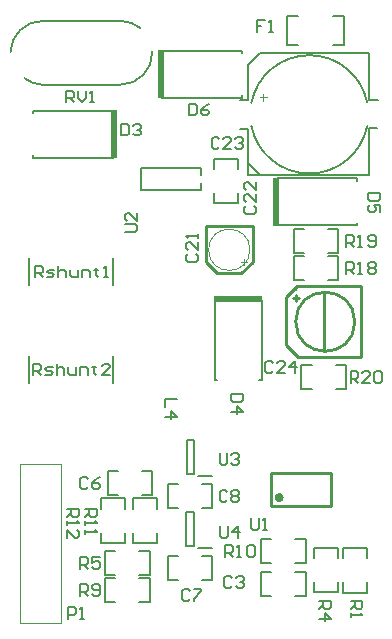
<source format=gto>
G04 Layer_Color=65535*
%FSLAX44Y44*%
%MOMM*%
G71*
G01*
G75*
%ADD28C,0.2540*%
%ADD42C,0.1270*%
%ADD43C,0.1000*%
%ADD44C,0.7620*%
%ADD45C,0.2000*%
%ADD46C,0.1778*%
%ADD47C,0.1016*%
%ADD48R,0.5080X4.1656*%
%ADD49R,4.1656X0.5080*%
D28*
X275468Y-261719D02*
G03*
X275468Y-261719I-25000J0D01*
G01*
X149188Y-210759D02*
X159188Y-220759D01*
X179188D01*
X189188Y-210759D01*
Y-180759D01*
X149188D02*
X189188D01*
X149188Y-210759D02*
Y-180759D01*
X222968Y-241719D02*
X227968D01*
X280468Y-291719D02*
Y-231719D01*
X217468Y-281719D02*
Y-279719D01*
Y-281719D02*
X227468Y-291719D01*
X217468Y-242719D02*
Y-240719D01*
X225468Y-232719D01*
X227468Y-291719D02*
X280468D01*
X217468Y-281719D02*
X225468Y-289719D01*
X226468Y-231719D02*
X280468D01*
X217468Y-240719D02*
X226468Y-231719D01*
X217468Y-281719D02*
Y-240719D01*
X249468Y-285719D02*
Y-237719D01*
X225468Y-244219D02*
Y-239219D01*
X204908Y-417582D02*
X255708D01*
Y-389659D01*
X204908D02*
X255708D01*
X204908Y-417582D02*
Y-389659D01*
D42*
X187942Y-96000D02*
G03*
X286000Y-96000I49029J9806D01*
G01*
X286029Y-76194D02*
G03*
X187971Y-76194I-49029J-9806D01*
G01*
X287750Y-74250D02*
Y-34500D01*
Y-74250D02*
X294750D01*
X195000Y-34500D02*
X287750D01*
Y-97750D02*
X287750Y-97750D01*
Y-137500D02*
Y-97750D01*
X178250Y-73750D02*
X184750D01*
X178250Y-98750D02*
X184750D01*
X185000Y-73750D02*
Y-44500D01*
X195000Y-34500D01*
X287750Y-97750D02*
X294500D01*
X184750Y-112500D02*
Y-98750D01*
X185000Y-127500D02*
X195000Y-137500D01*
X184750Y-119000D02*
Y-98750D01*
X184750Y-119000D02*
X184750Y-119000D01*
Y-127500D02*
Y-98750D01*
Y-137500D02*
Y-98750D01*
X184750Y-137500D02*
X184750Y-137500D01*
X184750Y-137500D02*
X287750D01*
X160896Y-106750D02*
X159230Y-105084D01*
X155898D01*
X154232Y-106750D01*
Y-113415D01*
X155898Y-115081D01*
X159230D01*
X160896Y-113415D01*
X170893Y-115081D02*
X164229D01*
X170893Y-108417D01*
Y-106750D01*
X169227Y-105084D01*
X165895D01*
X164229Y-106750D01*
X174225D02*
X175891Y-105084D01*
X179224D01*
X180890Y-106750D01*
Y-108417D01*
X179224Y-110083D01*
X177558D01*
X179224D01*
X180890Y-111749D01*
Y-113415D01*
X179224Y-115081D01*
X175891D01*
X174225Y-113415D01*
X3008Y-307079D02*
Y-297082D01*
X8007D01*
X9673Y-298748D01*
Y-302081D01*
X8007Y-303747D01*
X3008D01*
X6340D02*
X9673Y-307079D01*
X13005D02*
X18003D01*
X19670Y-305413D01*
X18003Y-303747D01*
X14671D01*
X13005Y-302081D01*
X14671Y-300415D01*
X19670D01*
X23002Y-297082D02*
Y-307079D01*
Y-302081D01*
X24668Y-300415D01*
X28000D01*
X29666Y-302081D01*
Y-307079D01*
X32998Y-300415D02*
Y-305413D01*
X34665Y-307079D01*
X39663D01*
Y-300415D01*
X42995Y-307079D02*
Y-300415D01*
X47994D01*
X49660Y-302081D01*
Y-307079D01*
X54658Y-298748D02*
Y-300415D01*
X52992D01*
X56324D01*
X54658D01*
Y-305413D01*
X56324Y-307079D01*
X67987D02*
X61323D01*
X67987Y-300415D01*
Y-298748D01*
X66321Y-297082D01*
X62989D01*
X61323Y-298748D01*
X33008Y-513079D02*
Y-503082D01*
X38007D01*
X39673Y-504748D01*
Y-508081D01*
X38007Y-509747D01*
X33008D01*
X43005Y-513079D02*
X46337D01*
X44671D01*
Y-503082D01*
X43005Y-504748D01*
X171673Y-478748D02*
X170007Y-477082D01*
X166674D01*
X165008Y-478748D01*
Y-485413D01*
X166674Y-487079D01*
X170007D01*
X171673Y-485413D01*
X175005Y-478748D02*
X176671Y-477082D01*
X180003D01*
X181670Y-478748D01*
Y-480415D01*
X180003Y-482081D01*
X178337D01*
X180003D01*
X181670Y-483747D01*
Y-485413D01*
X180003Y-487079D01*
X176671D01*
X175005Y-485413D01*
X134677Y-204415D02*
X133011Y-206081D01*
Y-209413D01*
X134677Y-211079D01*
X141342D01*
X143008Y-209413D01*
Y-206081D01*
X141342Y-204415D01*
X143008Y-194418D02*
Y-201082D01*
X136344Y-194418D01*
X134677D01*
X133011Y-196084D01*
Y-199416D01*
X134677Y-201082D01*
X143008Y-191085D02*
Y-187753D01*
Y-189419D01*
X133011D01*
X134677Y-191085D01*
X183717Y-163615D02*
X182051Y-165281D01*
Y-168613D01*
X183717Y-170279D01*
X190382D01*
X192048Y-168613D01*
Y-165281D01*
X190382Y-163615D01*
X192048Y-153618D02*
Y-160282D01*
X185384Y-153618D01*
X183717D01*
X182051Y-155284D01*
Y-158616D01*
X183717Y-160282D01*
X192048Y-143621D02*
Y-150285D01*
X185384Y-143621D01*
X183717D01*
X182051Y-145287D01*
Y-148619D01*
X183717Y-150285D01*
X206333Y-296568D02*
X204667Y-294902D01*
X201334D01*
X199668Y-296568D01*
Y-303233D01*
X201334Y-304899D01*
X204667D01*
X206333Y-303233D01*
X216329Y-304899D02*
X209665D01*
X216329Y-298235D01*
Y-296568D01*
X214663Y-294902D01*
X211331D01*
X209665Y-296568D01*
X224660Y-304899D02*
Y-294902D01*
X219662Y-299901D01*
X226326D01*
X77900Y-94003D02*
Y-104000D01*
X82898D01*
X84565Y-102334D01*
Y-95669D01*
X82898Y-94003D01*
X77900D01*
X87897Y-95669D02*
X89563Y-94003D01*
X92895D01*
X94561Y-95669D01*
Y-97336D01*
X92895Y-99002D01*
X91229D01*
X92895D01*
X94561Y-100668D01*
Y-102334D01*
X92895Y-104000D01*
X89563D01*
X87897Y-102334D01*
X181005Y-323079D02*
X171008D01*
Y-328077D01*
X172674Y-329743D01*
X179339D01*
X181005Y-328077D01*
Y-323079D01*
X171008Y-338074D02*
X181005D01*
X176007Y-333076D01*
Y-339740D01*
X296645Y-152459D02*
X286648D01*
Y-157457D01*
X288314Y-159123D01*
X294979D01*
X296645Y-157457D01*
Y-152459D01*
Y-169120D02*
Y-162456D01*
X291647D01*
X293313Y-165788D01*
Y-167454D01*
X291647Y-169120D01*
X288314D01*
X286648Y-167454D01*
Y-164122D01*
X288314Y-162456D01*
X135100Y-77003D02*
Y-87000D01*
X140098D01*
X141764Y-85334D01*
Y-78669D01*
X140098Y-77003D01*
X135100D01*
X151761D02*
X148429Y-78669D01*
X145097Y-82002D01*
Y-85334D01*
X146763Y-87000D01*
X150095D01*
X151761Y-85334D01*
Y-83668D01*
X150095Y-82002D01*
X145097D01*
X199664Y-6003D02*
X193000D01*
Y-11002D01*
X196332D01*
X193000D01*
Y-16000D01*
X202997D02*
X206329D01*
X204663D01*
Y-6003D01*
X202997Y-7669D01*
X125005Y-327079D02*
X115008D01*
Y-333744D01*
Y-342074D02*
X125005D01*
X120007Y-337076D01*
Y-343740D01*
X272008Y-498079D02*
X282005D01*
Y-503077D01*
X280339Y-504743D01*
X277007D01*
X275340Y-503077D01*
Y-498079D01*
Y-501411D02*
X272008Y-504743D01*
Y-508076D02*
Y-511408D01*
Y-509742D01*
X282005D01*
X280339Y-508076D01*
X245008Y-498079D02*
X255005D01*
Y-503077D01*
X253339Y-504743D01*
X250007D01*
X248340Y-503077D01*
Y-498079D01*
Y-501411D02*
X245008Y-504743D01*
Y-513074D02*
X255005D01*
X250007Y-508076D01*
Y-514740D01*
X43008Y-471079D02*
Y-461082D01*
X48007D01*
X49673Y-462748D01*
Y-466081D01*
X48007Y-467747D01*
X43008D01*
X46340D02*
X49673Y-471079D01*
X59669Y-461082D02*
X53005D01*
Y-466081D01*
X56337Y-464414D01*
X58003D01*
X59669Y-466081D01*
Y-469413D01*
X58003Y-471079D01*
X54671D01*
X53005Y-469413D01*
X43008Y-494079D02*
Y-484082D01*
X48007D01*
X49673Y-485748D01*
Y-489081D01*
X48007Y-490747D01*
X43008D01*
X46340D02*
X49673Y-494079D01*
X53005Y-492413D02*
X54671Y-494079D01*
X58003D01*
X59669Y-492413D01*
Y-485748D01*
X58003Y-484082D01*
X54671D01*
X53005Y-485748D01*
Y-487415D01*
X54671Y-489081D01*
X59669D01*
X166008Y-461079D02*
Y-451082D01*
X171007D01*
X172673Y-452748D01*
Y-456081D01*
X171007Y-457747D01*
X166008D01*
X169340D02*
X172673Y-461079D01*
X176005D02*
X179337D01*
X177671D01*
Y-451082D01*
X176005Y-452748D01*
X184336D02*
X186002Y-451082D01*
X189334D01*
X191000Y-452748D01*
Y-459413D01*
X189334Y-461079D01*
X186002D01*
X184336Y-459413D01*
Y-452748D01*
X268248Y-221079D02*
Y-211082D01*
X273247D01*
X274913Y-212748D01*
Y-216081D01*
X273247Y-217747D01*
X268248D01*
X271580D02*
X274913Y-221079D01*
X278245D02*
X281577D01*
X279911D01*
Y-211082D01*
X278245Y-212748D01*
X286576D02*
X288242Y-211082D01*
X291574D01*
X293240Y-212748D01*
Y-214415D01*
X291574Y-216081D01*
X293240Y-217747D01*
Y-219413D01*
X291574Y-221079D01*
X288242D01*
X286576Y-219413D01*
Y-217747D01*
X288242Y-216081D01*
X286576Y-214415D01*
Y-212748D01*
X288242Y-216081D02*
X291574D01*
X268248Y-198219D02*
Y-188222D01*
X273246D01*
X274913Y-189888D01*
Y-193221D01*
X273246Y-194887D01*
X268248D01*
X271580D02*
X274913Y-198219D01*
X278245D02*
X281577D01*
X279911D01*
Y-188222D01*
X278245Y-189888D01*
X286576Y-196553D02*
X288242Y-198219D01*
X291574D01*
X293240Y-196553D01*
Y-189888D01*
X291574Y-188222D01*
X288242D01*
X286576Y-189888D01*
Y-191555D01*
X288242Y-193221D01*
X293240D01*
X271868Y-313159D02*
Y-303162D01*
X276867D01*
X278533Y-304828D01*
Y-308161D01*
X276867Y-309827D01*
X271868D01*
X275200D02*
X278533Y-313159D01*
X288529D02*
X281865D01*
X288529Y-306495D01*
Y-304828D01*
X286863Y-303162D01*
X283531D01*
X281865Y-304828D01*
X291862D02*
X293528Y-303162D01*
X296860D01*
X298526Y-304828D01*
Y-311493D01*
X296860Y-313159D01*
X293528D01*
X291862Y-311493D01*
Y-304828D01*
X31000Y-76000D02*
Y-66003D01*
X35998D01*
X37664Y-67669D01*
Y-71002D01*
X35998Y-72668D01*
X31000D01*
X34332D02*
X37664Y-76000D01*
X40997Y-66003D02*
Y-72668D01*
X44329Y-76000D01*
X47661Y-72668D01*
Y-66003D01*
X50993Y-76000D02*
X54326D01*
X52660D01*
Y-66003D01*
X50993Y-67669D01*
X188008Y-428082D02*
Y-436413D01*
X189674Y-438079D01*
X193007D01*
X194673Y-436413D01*
Y-428082D01*
X198005Y-438079D02*
X201337D01*
X199671D01*
Y-428082D01*
X198005Y-429748D01*
X81003Y-186000D02*
X89334D01*
X91000Y-184334D01*
Y-181002D01*
X89334Y-179335D01*
X81003D01*
X91000Y-169339D02*
Y-176003D01*
X84335Y-169339D01*
X82669D01*
X81003Y-171005D01*
Y-174337D01*
X82669Y-176003D01*
X4528Y-224159D02*
Y-214162D01*
X9527D01*
X11193Y-215828D01*
Y-219161D01*
X9527Y-220827D01*
X4528D01*
X7860D02*
X11193Y-224159D01*
X14525D02*
X19523D01*
X21189Y-222493D01*
X19523Y-220827D01*
X16191D01*
X14525Y-219161D01*
X16191Y-217495D01*
X21189D01*
X24522Y-214162D02*
Y-224159D01*
Y-219161D01*
X26188Y-217495D01*
X29520D01*
X31186Y-219161D01*
Y-224159D01*
X34518Y-217495D02*
Y-222493D01*
X36185Y-224159D01*
X41183D01*
Y-217495D01*
X44515Y-224159D02*
Y-217495D01*
X49514D01*
X51180Y-219161D01*
Y-224159D01*
X56178Y-215828D02*
Y-217495D01*
X54512D01*
X57844D01*
X56178D01*
Y-222493D01*
X57844Y-224159D01*
X62843D02*
X66175D01*
X64509D01*
Y-214162D01*
X62843Y-215828D01*
X161008Y-373082D02*
Y-381413D01*
X162674Y-383079D01*
X166007D01*
X167673Y-381413D01*
Y-373082D01*
X171005Y-374748D02*
X172671Y-373082D01*
X176003D01*
X177670Y-374748D01*
Y-376414D01*
X176003Y-378081D01*
X174337D01*
X176003D01*
X177670Y-379747D01*
Y-381413D01*
X176003Y-383079D01*
X172671D01*
X171005Y-381413D01*
X49513Y-394748D02*
X47847Y-393082D01*
X44514D01*
X42848Y-394748D01*
Y-401413D01*
X44514Y-403079D01*
X47847D01*
X49513Y-401413D01*
X59510Y-393082D02*
X56177Y-394748D01*
X52845Y-398081D01*
Y-401413D01*
X54511Y-403079D01*
X57843D01*
X59510Y-401413D01*
Y-399747D01*
X57843Y-398081D01*
X52845D01*
X135673Y-489748D02*
X134007Y-488082D01*
X130674D01*
X129008Y-489748D01*
Y-496413D01*
X130674Y-498079D01*
X134007D01*
X135673Y-496413D01*
X139005Y-488082D02*
X145669D01*
Y-489748D01*
X139005Y-496413D01*
Y-498079D01*
X47008Y-420079D02*
X57005D01*
Y-425077D01*
X55339Y-426744D01*
X52007D01*
X50340Y-425077D01*
Y-420079D01*
Y-423411D02*
X47008Y-426744D01*
Y-430076D02*
Y-433408D01*
Y-431742D01*
X57005D01*
X55339Y-430076D01*
X47008Y-438406D02*
Y-441739D01*
Y-440073D01*
X57005D01*
X55339Y-438406D01*
X32008Y-420079D02*
X42005D01*
Y-425077D01*
X40339Y-426744D01*
X37007D01*
X35340Y-425077D01*
Y-420079D01*
Y-423411D02*
X32008Y-426744D01*
Y-430076D02*
Y-433408D01*
Y-431742D01*
X42005D01*
X40339Y-430076D01*
X32008Y-445071D02*
Y-438406D01*
X38673Y-445071D01*
X40339D01*
X42005Y-443405D01*
Y-440073D01*
X40339Y-438406D01*
X167673Y-405748D02*
X166007Y-404082D01*
X162674D01*
X161008Y-405748D01*
Y-412413D01*
X162674Y-414079D01*
X166007D01*
X167673Y-412413D01*
X171005Y-405748D02*
X172671Y-404082D01*
X176003D01*
X177670Y-405748D01*
Y-407415D01*
X176003Y-409081D01*
X177670Y-410747D01*
Y-412413D01*
X176003Y-414079D01*
X172671D01*
X171005Y-412413D01*
Y-410747D01*
X172671Y-409081D01*
X171005Y-407415D01*
Y-405748D01*
X172671Y-409081D02*
X176003D01*
X161408Y-434702D02*
Y-443033D01*
X163074Y-444699D01*
X166407D01*
X168073Y-443033D01*
Y-434702D01*
X176403Y-444699D02*
Y-434702D01*
X171405Y-439701D01*
X178069D01*
D43*
X186688Y-200759D02*
G03*
X186688Y-200759I-17500J0D01*
G01*
X-8041Y-381909D02*
X26959D01*
Y-516909D02*
Y-381909D01*
X-8041Y-516909D02*
X26959D01*
X-8041D02*
Y-381909D01*
X181688Y-213259D02*
Y-210759D01*
Y-208259D01*
X179188Y-210759D02*
X184188D01*
D44*
X211512Y-410724D02*
G03*
X211505Y-410701I-1030J-318D01*
G01*
D45*
X-4360Y-55470D02*
G03*
X11000Y-61000I16397J21451D01*
G01*
Y-7000D02*
G03*
X-15980Y-32962I0J-27000D01*
G01*
X93988Y-13014D02*
G03*
X77000Y-7000I-16988J-20986D01*
G01*
Y-61000D02*
G03*
X103982Y-33001I0J27000D01*
G01*
X-742Y-313579D02*
Y-290579D01*
X70758Y-313579D02*
Y-290579D01*
X145058Y-150489D02*
Y-143874D01*
X94258Y-150489D02*
X145058D01*
X94258D02*
Y-131439D01*
X145058D01*
Y-137524D02*
Y-131439D01*
X70758Y-230579D02*
Y-207579D01*
X-742Y-230579D02*
Y-207579D01*
X11000Y-7000D02*
X77000D01*
X11000Y-61000D02*
X77000D01*
X133008Y-451579D02*
X139008D01*
X133008D02*
Y-422579D01*
X139008D01*
Y-451579D02*
Y-422579D01*
X142508Y-453079D02*
X154508D01*
X142668Y-392019D02*
X154668D01*
X139168Y-390519D02*
Y-361519D01*
X133168D02*
X139168D01*
X133168Y-390519D02*
Y-361519D01*
Y-390519D02*
X139168D01*
D46*
X265848Y-491035D02*
Y-482399D01*
Y-491035D02*
X276008D01*
X286168D01*
Y-482399D01*
Y-462079D02*
Y-453443D01*
X276008D02*
X286168D01*
X265848D02*
X276008D01*
X265848Y-462079D02*
Y-453443D01*
X179850Y-71939D02*
Y-69654D01*
X112032Y-71939D02*
X179850D01*
X112032Y-32061D02*
X179850D01*
Y-34346D02*
Y-32061D01*
X277758Y-180018D02*
Y-177733D01*
X209940Y-180018D02*
X277758D01*
X209940Y-140140D02*
X277758D01*
Y-142425D02*
Y-140140D01*
X230212Y-297919D02*
X238848D01*
X230212Y-308079D02*
Y-297919D01*
Y-318239D02*
Y-308079D01*
Y-318239D02*
X238848D01*
X259168D02*
X267804D01*
Y-308079D01*
Y-297919D01*
X259168D02*
X267804D01*
X253008Y-203299D02*
X261644D01*
Y-193139D01*
Y-182979D01*
X253008D02*
X261644D01*
X224052D02*
X232688D01*
X224052Y-193139D02*
Y-182979D01*
Y-203299D02*
Y-193139D01*
Y-203299D02*
X232688D01*
X176808Y-132179D02*
Y-123543D01*
X166648D02*
X176808D01*
X156488D02*
X166648D01*
X156488Y-132179D02*
Y-123543D01*
Y-161135D02*
Y-152499D01*
Y-161135D02*
X166648D01*
X176808D01*
Y-152499D01*
X156869Y-311249D02*
X159154D01*
X156869D02*
Y-243431D01*
X196747Y-311249D02*
Y-243431D01*
X194462Y-311249D02*
X196747D01*
X257008Y-27179D02*
X266008D01*
Y-2979D01*
X257008D02*
X266008D01*
X218008D02*
X227008D01*
X218008Y-27179D02*
Y-2979D01*
Y-27179D02*
X227008D01*
X3150Y-85346D02*
Y-83061D01*
X70968D01*
X3150Y-122939D02*
X70968D01*
X3150D02*
Y-120654D01*
X224052Y-205839D02*
X232688D01*
X224052Y-215999D02*
Y-205839D01*
Y-226159D02*
Y-215999D01*
Y-226159D02*
X232688D01*
X253008D02*
X261644D01*
Y-215999D01*
Y-205839D01*
X253008D02*
X261644D01*
X146168Y-459919D02*
X154804D01*
Y-470079D02*
Y-459919D01*
Y-480239D02*
Y-470079D01*
X146168Y-480239D02*
X154804D01*
X117212D02*
X125848D01*
X117212D02*
Y-470079D01*
Y-459919D01*
X125848D01*
X60848Y-419919D02*
Y-411283D01*
X71008D01*
X81168D01*
Y-419919D02*
Y-411283D01*
Y-448875D02*
Y-440239D01*
X71008Y-448875D02*
X81168D01*
X60848D02*
X71008D01*
X60848D02*
Y-440239D01*
X66212Y-408239D02*
X74848D01*
X66212D02*
Y-398079D01*
Y-387919D01*
X74848D01*
X95168D02*
X103804D01*
Y-398079D02*
Y-387919D01*
Y-408239D02*
Y-398079D01*
X95168Y-408239D02*
X103804D01*
X108168Y-448875D02*
Y-440239D01*
X98008Y-448875D02*
X108168D01*
X87848D02*
X98008D01*
X87848D02*
Y-440239D01*
Y-419919D02*
Y-411283D01*
X98008D01*
X108168D01*
Y-419919D02*
Y-411283D01*
X146328Y-398879D02*
X154964D01*
Y-409039D02*
Y-398879D01*
Y-419199D02*
Y-409039D01*
X146328Y-419199D02*
X154964D01*
X117372D02*
X126008D01*
X117372D02*
Y-409039D01*
Y-398879D01*
X126008D01*
X240848Y-490715D02*
Y-482079D01*
Y-490715D02*
X251008D01*
X261168D01*
Y-482079D01*
Y-461759D02*
Y-453123D01*
X251008D02*
X261168D01*
X240848D02*
X251008D01*
X240848Y-461759D02*
Y-453123D01*
X93168Y-499239D02*
X101804D01*
Y-489079D01*
Y-478919D01*
X93168D02*
X101804D01*
X64212D02*
X72848D01*
X64212Y-489079D02*
Y-478919D01*
Y-499239D02*
Y-489079D01*
Y-499239D02*
X72848D01*
X225168Y-466239D02*
X233804D01*
Y-456079D01*
Y-445919D01*
X225168D02*
X233804D01*
X196212D02*
X204848D01*
X196212Y-456079D02*
Y-445919D01*
Y-466239D02*
Y-456079D01*
Y-466239D02*
X204848D01*
X93168Y-476239D02*
X101804D01*
Y-466079D01*
Y-455919D01*
X93168D02*
X101804D01*
X64212D02*
X72848D01*
X64212Y-466079D02*
Y-455919D01*
Y-476239D02*
Y-466079D01*
Y-476239D02*
X72848D01*
X225168Y-494239D02*
X233804D01*
Y-484079D01*
Y-473919D01*
X225168D02*
X233804D01*
X196212D02*
X204848D01*
X196212Y-484079D02*
Y-473919D01*
Y-494239D02*
Y-484079D01*
Y-494239D02*
X204848D01*
D47*
X195000Y-71807D02*
X200925D01*
X197962Y-68844D02*
Y-74769D01*
D48*
X111269Y-52000D02*
D03*
X209177Y-160079D02*
D03*
X71731Y-103000D02*
D03*
D49*
X176808Y-242668D02*
D03*
M02*

</source>
